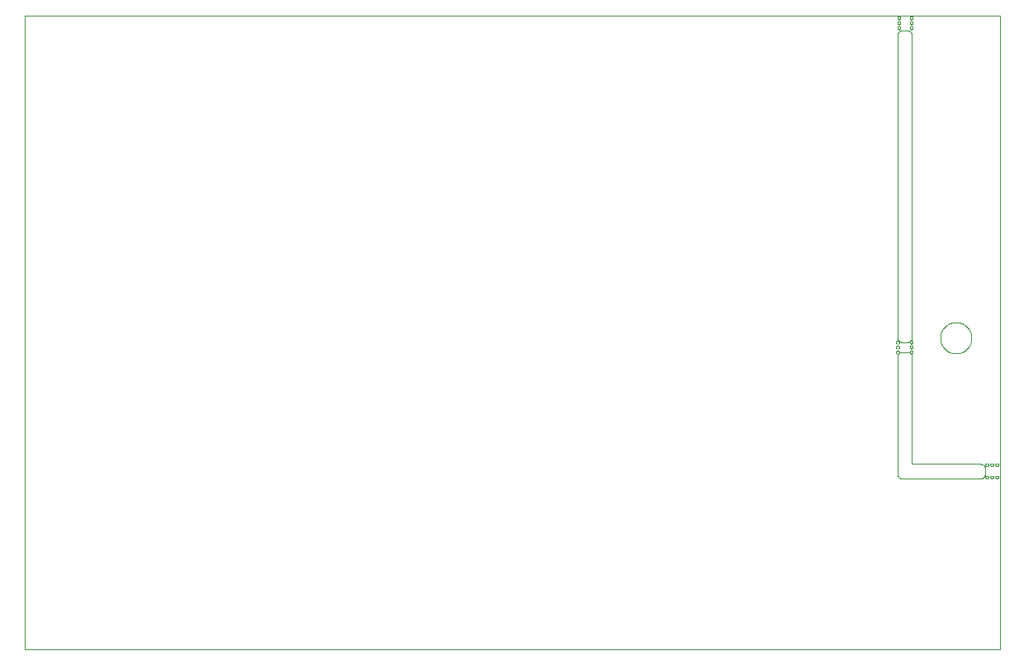
<source format=gko>
G75*
%MOIN*%
%OFA0B0*%
%FSLAX25Y25*%
%IPPOS*%
%LPD*%
%AMOC8*
5,1,8,0,0,1.08239X$1,22.5*
%
%ADD10C,0.00000*%
D10*
X0004657Y0086827D02*
X0004657Y0342732D01*
X0398358Y0342732D01*
X0398358Y0086827D01*
X0004657Y0086827D01*
X0357020Y0157693D02*
X0357020Y0204937D01*
X0356566Y0206827D02*
X0356568Y0206875D01*
X0356574Y0206923D01*
X0356584Y0206970D01*
X0356597Y0207016D01*
X0356615Y0207061D01*
X0356635Y0207105D01*
X0356660Y0207147D01*
X0356688Y0207186D01*
X0356718Y0207223D01*
X0356752Y0207257D01*
X0356789Y0207289D01*
X0356827Y0207318D01*
X0356868Y0207343D01*
X0356911Y0207365D01*
X0356956Y0207383D01*
X0357002Y0207397D01*
X0357049Y0207408D01*
X0357097Y0207415D01*
X0357145Y0207418D01*
X0357193Y0207417D01*
X0357241Y0207412D01*
X0357289Y0207403D01*
X0357335Y0207391D01*
X0357380Y0207374D01*
X0357424Y0207354D01*
X0357466Y0207331D01*
X0357506Y0207304D01*
X0357544Y0207274D01*
X0357579Y0207241D01*
X0357611Y0207205D01*
X0357641Y0207167D01*
X0357667Y0207126D01*
X0357689Y0207083D01*
X0357709Y0207039D01*
X0357724Y0206994D01*
X0357736Y0206947D01*
X0357744Y0206899D01*
X0357748Y0206851D01*
X0357748Y0206803D01*
X0357744Y0206755D01*
X0357736Y0206707D01*
X0357724Y0206660D01*
X0357709Y0206615D01*
X0357689Y0206571D01*
X0357667Y0206528D01*
X0357641Y0206487D01*
X0357611Y0206449D01*
X0357579Y0206413D01*
X0357544Y0206380D01*
X0357506Y0206350D01*
X0357466Y0206323D01*
X0357424Y0206300D01*
X0357380Y0206280D01*
X0357335Y0206263D01*
X0357289Y0206251D01*
X0357241Y0206242D01*
X0357193Y0206237D01*
X0357145Y0206236D01*
X0357097Y0206239D01*
X0357049Y0206246D01*
X0357002Y0206257D01*
X0356956Y0206271D01*
X0356911Y0206289D01*
X0356868Y0206311D01*
X0356827Y0206336D01*
X0356789Y0206365D01*
X0356752Y0206397D01*
X0356718Y0206431D01*
X0356688Y0206468D01*
X0356660Y0206507D01*
X0356635Y0206549D01*
X0356615Y0206593D01*
X0356597Y0206638D01*
X0356584Y0206684D01*
X0356574Y0206731D01*
X0356568Y0206779D01*
X0356566Y0206827D01*
X0356566Y0208827D02*
X0356568Y0208875D01*
X0356574Y0208923D01*
X0356584Y0208970D01*
X0356597Y0209016D01*
X0356615Y0209061D01*
X0356635Y0209105D01*
X0356660Y0209147D01*
X0356688Y0209186D01*
X0356718Y0209223D01*
X0356752Y0209257D01*
X0356789Y0209289D01*
X0356827Y0209318D01*
X0356868Y0209343D01*
X0356911Y0209365D01*
X0356956Y0209383D01*
X0357002Y0209397D01*
X0357049Y0209408D01*
X0357097Y0209415D01*
X0357145Y0209418D01*
X0357193Y0209417D01*
X0357241Y0209412D01*
X0357289Y0209403D01*
X0357335Y0209391D01*
X0357380Y0209374D01*
X0357424Y0209354D01*
X0357466Y0209331D01*
X0357506Y0209304D01*
X0357544Y0209274D01*
X0357579Y0209241D01*
X0357611Y0209205D01*
X0357641Y0209167D01*
X0357667Y0209126D01*
X0357689Y0209083D01*
X0357709Y0209039D01*
X0357724Y0208994D01*
X0357736Y0208947D01*
X0357744Y0208899D01*
X0357748Y0208851D01*
X0357748Y0208803D01*
X0357744Y0208755D01*
X0357736Y0208707D01*
X0357724Y0208660D01*
X0357709Y0208615D01*
X0357689Y0208571D01*
X0357667Y0208528D01*
X0357641Y0208487D01*
X0357611Y0208449D01*
X0357579Y0208413D01*
X0357544Y0208380D01*
X0357506Y0208350D01*
X0357466Y0208323D01*
X0357424Y0208300D01*
X0357380Y0208280D01*
X0357335Y0208263D01*
X0357289Y0208251D01*
X0357241Y0208242D01*
X0357193Y0208237D01*
X0357145Y0208236D01*
X0357097Y0208239D01*
X0357049Y0208246D01*
X0357002Y0208257D01*
X0356956Y0208271D01*
X0356911Y0208289D01*
X0356868Y0208311D01*
X0356827Y0208336D01*
X0356789Y0208365D01*
X0356752Y0208397D01*
X0356718Y0208431D01*
X0356688Y0208468D01*
X0356660Y0208507D01*
X0356635Y0208549D01*
X0356615Y0208593D01*
X0356597Y0208638D01*
X0356584Y0208684D01*
X0356574Y0208731D01*
X0356568Y0208779D01*
X0356566Y0208827D01*
X0356566Y0210827D02*
X0356568Y0210875D01*
X0356574Y0210923D01*
X0356584Y0210970D01*
X0356597Y0211016D01*
X0356615Y0211061D01*
X0356635Y0211105D01*
X0356660Y0211147D01*
X0356688Y0211186D01*
X0356718Y0211223D01*
X0356752Y0211257D01*
X0356789Y0211289D01*
X0356827Y0211318D01*
X0356868Y0211343D01*
X0356911Y0211365D01*
X0356956Y0211383D01*
X0357002Y0211397D01*
X0357049Y0211408D01*
X0357097Y0211415D01*
X0357145Y0211418D01*
X0357193Y0211417D01*
X0357241Y0211412D01*
X0357289Y0211403D01*
X0357335Y0211391D01*
X0357380Y0211374D01*
X0357424Y0211354D01*
X0357466Y0211331D01*
X0357506Y0211304D01*
X0357544Y0211274D01*
X0357579Y0211241D01*
X0357611Y0211205D01*
X0357641Y0211167D01*
X0357667Y0211126D01*
X0357689Y0211083D01*
X0357709Y0211039D01*
X0357724Y0210994D01*
X0357736Y0210947D01*
X0357744Y0210899D01*
X0357748Y0210851D01*
X0357748Y0210803D01*
X0357744Y0210755D01*
X0357736Y0210707D01*
X0357724Y0210660D01*
X0357709Y0210615D01*
X0357689Y0210571D01*
X0357667Y0210528D01*
X0357641Y0210487D01*
X0357611Y0210449D01*
X0357579Y0210413D01*
X0357544Y0210380D01*
X0357506Y0210350D01*
X0357466Y0210323D01*
X0357424Y0210300D01*
X0357380Y0210280D01*
X0357335Y0210263D01*
X0357289Y0210251D01*
X0357241Y0210242D01*
X0357193Y0210237D01*
X0357145Y0210236D01*
X0357097Y0210239D01*
X0357049Y0210246D01*
X0357002Y0210257D01*
X0356956Y0210271D01*
X0356911Y0210289D01*
X0356868Y0210311D01*
X0356827Y0210336D01*
X0356789Y0210365D01*
X0356752Y0210397D01*
X0356718Y0210431D01*
X0356688Y0210468D01*
X0356660Y0210507D01*
X0356635Y0210549D01*
X0356615Y0210593D01*
X0356597Y0210638D01*
X0356584Y0210684D01*
X0356574Y0210731D01*
X0356568Y0210779D01*
X0356566Y0210827D01*
X0357020Y0212811D02*
X0357020Y0334858D01*
X0357019Y0334858D02*
X0357021Y0334944D01*
X0357026Y0335030D01*
X0357036Y0335115D01*
X0357049Y0335200D01*
X0357066Y0335284D01*
X0357086Y0335368D01*
X0357110Y0335450D01*
X0357138Y0335531D01*
X0357169Y0335612D01*
X0357203Y0335690D01*
X0357241Y0335767D01*
X0357283Y0335843D01*
X0357327Y0335916D01*
X0357375Y0335987D01*
X0357426Y0336057D01*
X0357480Y0336124D01*
X0357536Y0336188D01*
X0357596Y0336250D01*
X0357658Y0336310D01*
X0357722Y0336366D01*
X0357789Y0336420D01*
X0357859Y0336471D01*
X0357930Y0336519D01*
X0358004Y0336563D01*
X0358079Y0336605D01*
X0358156Y0336643D01*
X0358234Y0336677D01*
X0358315Y0336708D01*
X0358396Y0336736D01*
X0358478Y0336760D01*
X0358562Y0336780D01*
X0358646Y0336797D01*
X0358731Y0336810D01*
X0358816Y0336820D01*
X0358902Y0336825D01*
X0358988Y0336827D01*
X0360957Y0336827D01*
X0361043Y0336825D01*
X0361129Y0336820D01*
X0361214Y0336810D01*
X0361299Y0336797D01*
X0361383Y0336780D01*
X0361467Y0336760D01*
X0361549Y0336736D01*
X0361630Y0336708D01*
X0361711Y0336677D01*
X0361789Y0336643D01*
X0361866Y0336605D01*
X0361942Y0336563D01*
X0362015Y0336519D01*
X0362086Y0336471D01*
X0362156Y0336420D01*
X0362223Y0336366D01*
X0362287Y0336310D01*
X0362349Y0336250D01*
X0362409Y0336188D01*
X0362465Y0336124D01*
X0362519Y0336057D01*
X0362570Y0335987D01*
X0362618Y0335916D01*
X0362662Y0335843D01*
X0362704Y0335767D01*
X0362742Y0335690D01*
X0362776Y0335612D01*
X0362807Y0335531D01*
X0362835Y0335450D01*
X0362859Y0335368D01*
X0362879Y0335284D01*
X0362896Y0335200D01*
X0362909Y0335115D01*
X0362919Y0335030D01*
X0362924Y0334944D01*
X0362926Y0334858D01*
X0362925Y0334858D02*
X0362925Y0212811D01*
X0362926Y0212811D02*
X0362924Y0212725D01*
X0362919Y0212639D01*
X0362909Y0212554D01*
X0362896Y0212469D01*
X0362879Y0212385D01*
X0362859Y0212301D01*
X0362835Y0212219D01*
X0362807Y0212138D01*
X0362776Y0212057D01*
X0362742Y0211979D01*
X0362704Y0211902D01*
X0362662Y0211827D01*
X0362618Y0211753D01*
X0362570Y0211682D01*
X0362519Y0211612D01*
X0362465Y0211545D01*
X0362409Y0211481D01*
X0362349Y0211419D01*
X0362287Y0211359D01*
X0362223Y0211303D01*
X0362156Y0211249D01*
X0362086Y0211198D01*
X0362015Y0211150D01*
X0361942Y0211106D01*
X0361866Y0211064D01*
X0361789Y0211026D01*
X0361711Y0210992D01*
X0361630Y0210961D01*
X0361549Y0210933D01*
X0361467Y0210909D01*
X0361383Y0210889D01*
X0361299Y0210872D01*
X0361214Y0210859D01*
X0361129Y0210849D01*
X0361043Y0210844D01*
X0360957Y0210842D01*
X0360957Y0210843D02*
X0358988Y0210843D01*
X0358988Y0210842D02*
X0358902Y0210844D01*
X0358816Y0210849D01*
X0358731Y0210859D01*
X0358646Y0210872D01*
X0358562Y0210889D01*
X0358478Y0210909D01*
X0358396Y0210933D01*
X0358315Y0210961D01*
X0358234Y0210992D01*
X0358156Y0211026D01*
X0358079Y0211064D01*
X0358004Y0211106D01*
X0357930Y0211150D01*
X0357859Y0211198D01*
X0357789Y0211249D01*
X0357722Y0211303D01*
X0357658Y0211359D01*
X0357596Y0211419D01*
X0357536Y0211481D01*
X0357480Y0211545D01*
X0357426Y0211612D01*
X0357375Y0211682D01*
X0357327Y0211753D01*
X0357283Y0211827D01*
X0357241Y0211902D01*
X0357203Y0211979D01*
X0357169Y0212057D01*
X0357138Y0212138D01*
X0357110Y0212219D01*
X0357086Y0212301D01*
X0357066Y0212385D01*
X0357049Y0212469D01*
X0357036Y0212554D01*
X0357026Y0212639D01*
X0357021Y0212725D01*
X0357019Y0212811D01*
X0362066Y0210827D02*
X0362068Y0210875D01*
X0362074Y0210923D01*
X0362084Y0210970D01*
X0362097Y0211016D01*
X0362115Y0211061D01*
X0362135Y0211105D01*
X0362160Y0211147D01*
X0362188Y0211186D01*
X0362218Y0211223D01*
X0362252Y0211257D01*
X0362289Y0211289D01*
X0362327Y0211318D01*
X0362368Y0211343D01*
X0362411Y0211365D01*
X0362456Y0211383D01*
X0362502Y0211397D01*
X0362549Y0211408D01*
X0362597Y0211415D01*
X0362645Y0211418D01*
X0362693Y0211417D01*
X0362741Y0211412D01*
X0362789Y0211403D01*
X0362835Y0211391D01*
X0362880Y0211374D01*
X0362924Y0211354D01*
X0362966Y0211331D01*
X0363006Y0211304D01*
X0363044Y0211274D01*
X0363079Y0211241D01*
X0363111Y0211205D01*
X0363141Y0211167D01*
X0363167Y0211126D01*
X0363189Y0211083D01*
X0363209Y0211039D01*
X0363224Y0210994D01*
X0363236Y0210947D01*
X0363244Y0210899D01*
X0363248Y0210851D01*
X0363248Y0210803D01*
X0363244Y0210755D01*
X0363236Y0210707D01*
X0363224Y0210660D01*
X0363209Y0210615D01*
X0363189Y0210571D01*
X0363167Y0210528D01*
X0363141Y0210487D01*
X0363111Y0210449D01*
X0363079Y0210413D01*
X0363044Y0210380D01*
X0363006Y0210350D01*
X0362966Y0210323D01*
X0362924Y0210300D01*
X0362880Y0210280D01*
X0362835Y0210263D01*
X0362789Y0210251D01*
X0362741Y0210242D01*
X0362693Y0210237D01*
X0362645Y0210236D01*
X0362597Y0210239D01*
X0362549Y0210246D01*
X0362502Y0210257D01*
X0362456Y0210271D01*
X0362411Y0210289D01*
X0362368Y0210311D01*
X0362327Y0210336D01*
X0362289Y0210365D01*
X0362252Y0210397D01*
X0362218Y0210431D01*
X0362188Y0210468D01*
X0362160Y0210507D01*
X0362135Y0210549D01*
X0362115Y0210593D01*
X0362097Y0210638D01*
X0362084Y0210684D01*
X0362074Y0210731D01*
X0362068Y0210779D01*
X0362066Y0210827D01*
X0362066Y0208827D02*
X0362068Y0208875D01*
X0362074Y0208923D01*
X0362084Y0208970D01*
X0362097Y0209016D01*
X0362115Y0209061D01*
X0362135Y0209105D01*
X0362160Y0209147D01*
X0362188Y0209186D01*
X0362218Y0209223D01*
X0362252Y0209257D01*
X0362289Y0209289D01*
X0362327Y0209318D01*
X0362368Y0209343D01*
X0362411Y0209365D01*
X0362456Y0209383D01*
X0362502Y0209397D01*
X0362549Y0209408D01*
X0362597Y0209415D01*
X0362645Y0209418D01*
X0362693Y0209417D01*
X0362741Y0209412D01*
X0362789Y0209403D01*
X0362835Y0209391D01*
X0362880Y0209374D01*
X0362924Y0209354D01*
X0362966Y0209331D01*
X0363006Y0209304D01*
X0363044Y0209274D01*
X0363079Y0209241D01*
X0363111Y0209205D01*
X0363141Y0209167D01*
X0363167Y0209126D01*
X0363189Y0209083D01*
X0363209Y0209039D01*
X0363224Y0208994D01*
X0363236Y0208947D01*
X0363244Y0208899D01*
X0363248Y0208851D01*
X0363248Y0208803D01*
X0363244Y0208755D01*
X0363236Y0208707D01*
X0363224Y0208660D01*
X0363209Y0208615D01*
X0363189Y0208571D01*
X0363167Y0208528D01*
X0363141Y0208487D01*
X0363111Y0208449D01*
X0363079Y0208413D01*
X0363044Y0208380D01*
X0363006Y0208350D01*
X0362966Y0208323D01*
X0362924Y0208300D01*
X0362880Y0208280D01*
X0362835Y0208263D01*
X0362789Y0208251D01*
X0362741Y0208242D01*
X0362693Y0208237D01*
X0362645Y0208236D01*
X0362597Y0208239D01*
X0362549Y0208246D01*
X0362502Y0208257D01*
X0362456Y0208271D01*
X0362411Y0208289D01*
X0362368Y0208311D01*
X0362327Y0208336D01*
X0362289Y0208365D01*
X0362252Y0208397D01*
X0362218Y0208431D01*
X0362188Y0208468D01*
X0362160Y0208507D01*
X0362135Y0208549D01*
X0362115Y0208593D01*
X0362097Y0208638D01*
X0362084Y0208684D01*
X0362074Y0208731D01*
X0362068Y0208779D01*
X0362066Y0208827D01*
X0362066Y0206827D02*
X0362068Y0206875D01*
X0362074Y0206923D01*
X0362084Y0206970D01*
X0362097Y0207016D01*
X0362115Y0207061D01*
X0362135Y0207105D01*
X0362160Y0207147D01*
X0362188Y0207186D01*
X0362218Y0207223D01*
X0362252Y0207257D01*
X0362289Y0207289D01*
X0362327Y0207318D01*
X0362368Y0207343D01*
X0362411Y0207365D01*
X0362456Y0207383D01*
X0362502Y0207397D01*
X0362549Y0207408D01*
X0362597Y0207415D01*
X0362645Y0207418D01*
X0362693Y0207417D01*
X0362741Y0207412D01*
X0362789Y0207403D01*
X0362835Y0207391D01*
X0362880Y0207374D01*
X0362924Y0207354D01*
X0362966Y0207331D01*
X0363006Y0207304D01*
X0363044Y0207274D01*
X0363079Y0207241D01*
X0363111Y0207205D01*
X0363141Y0207167D01*
X0363167Y0207126D01*
X0363189Y0207083D01*
X0363209Y0207039D01*
X0363224Y0206994D01*
X0363236Y0206947D01*
X0363244Y0206899D01*
X0363248Y0206851D01*
X0363248Y0206803D01*
X0363244Y0206755D01*
X0363236Y0206707D01*
X0363224Y0206660D01*
X0363209Y0206615D01*
X0363189Y0206571D01*
X0363167Y0206528D01*
X0363141Y0206487D01*
X0363111Y0206449D01*
X0363079Y0206413D01*
X0363044Y0206380D01*
X0363006Y0206350D01*
X0362966Y0206323D01*
X0362924Y0206300D01*
X0362880Y0206280D01*
X0362835Y0206263D01*
X0362789Y0206251D01*
X0362741Y0206242D01*
X0362693Y0206237D01*
X0362645Y0206236D01*
X0362597Y0206239D01*
X0362549Y0206246D01*
X0362502Y0206257D01*
X0362456Y0206271D01*
X0362411Y0206289D01*
X0362368Y0206311D01*
X0362327Y0206336D01*
X0362289Y0206365D01*
X0362252Y0206397D01*
X0362218Y0206431D01*
X0362188Y0206468D01*
X0362160Y0206507D01*
X0362135Y0206549D01*
X0362115Y0206593D01*
X0362097Y0206638D01*
X0362084Y0206684D01*
X0362074Y0206731D01*
X0362068Y0206779D01*
X0362066Y0206827D01*
X0360957Y0206906D02*
X0358988Y0206906D01*
X0358902Y0206904D01*
X0358816Y0206899D01*
X0358731Y0206889D01*
X0358646Y0206876D01*
X0358562Y0206859D01*
X0358478Y0206839D01*
X0358396Y0206815D01*
X0358315Y0206787D01*
X0358234Y0206756D01*
X0358156Y0206722D01*
X0358079Y0206684D01*
X0358004Y0206642D01*
X0357930Y0206598D01*
X0357859Y0206550D01*
X0357789Y0206499D01*
X0357722Y0206445D01*
X0357658Y0206389D01*
X0357596Y0206329D01*
X0357536Y0206267D01*
X0357480Y0206203D01*
X0357426Y0206136D01*
X0357375Y0206066D01*
X0357327Y0205995D01*
X0357283Y0205922D01*
X0357241Y0205846D01*
X0357203Y0205769D01*
X0357169Y0205691D01*
X0357138Y0205610D01*
X0357110Y0205529D01*
X0357086Y0205447D01*
X0357066Y0205363D01*
X0357049Y0205279D01*
X0357036Y0205194D01*
X0357026Y0205109D01*
X0357021Y0205023D01*
X0357019Y0204937D01*
X0360957Y0206906D02*
X0361043Y0206904D01*
X0361129Y0206899D01*
X0361214Y0206889D01*
X0361299Y0206876D01*
X0361383Y0206859D01*
X0361467Y0206839D01*
X0361549Y0206815D01*
X0361630Y0206787D01*
X0361711Y0206756D01*
X0361789Y0206722D01*
X0361866Y0206684D01*
X0361942Y0206642D01*
X0362015Y0206598D01*
X0362086Y0206550D01*
X0362156Y0206499D01*
X0362223Y0206445D01*
X0362287Y0206389D01*
X0362349Y0206329D01*
X0362409Y0206267D01*
X0362465Y0206203D01*
X0362519Y0206136D01*
X0362570Y0206066D01*
X0362618Y0205995D01*
X0362662Y0205922D01*
X0362704Y0205846D01*
X0362742Y0205769D01*
X0362776Y0205691D01*
X0362807Y0205610D01*
X0362835Y0205529D01*
X0362859Y0205447D01*
X0362879Y0205363D01*
X0362896Y0205279D01*
X0362909Y0205194D01*
X0362919Y0205109D01*
X0362924Y0205023D01*
X0362926Y0204937D01*
X0362925Y0204937D02*
X0362925Y0161630D01*
X0390484Y0161630D01*
X0390570Y0161628D01*
X0390656Y0161623D01*
X0390741Y0161613D01*
X0390826Y0161600D01*
X0390910Y0161583D01*
X0390994Y0161563D01*
X0391076Y0161539D01*
X0391157Y0161511D01*
X0391238Y0161480D01*
X0391316Y0161446D01*
X0391393Y0161408D01*
X0391469Y0161366D01*
X0391542Y0161322D01*
X0391613Y0161274D01*
X0391683Y0161223D01*
X0391750Y0161169D01*
X0391814Y0161113D01*
X0391876Y0161053D01*
X0391936Y0160991D01*
X0391992Y0160927D01*
X0392046Y0160860D01*
X0392097Y0160790D01*
X0392145Y0160719D01*
X0392189Y0160646D01*
X0392231Y0160570D01*
X0392269Y0160493D01*
X0392303Y0160415D01*
X0392334Y0160334D01*
X0392362Y0160253D01*
X0392386Y0160171D01*
X0392406Y0160087D01*
X0392423Y0160003D01*
X0392436Y0159918D01*
X0392446Y0159833D01*
X0392451Y0159747D01*
X0392453Y0159661D01*
X0392453Y0157693D01*
X0392566Y0156327D02*
X0392568Y0156375D01*
X0392574Y0156423D01*
X0392584Y0156470D01*
X0392597Y0156516D01*
X0392615Y0156561D01*
X0392635Y0156605D01*
X0392660Y0156647D01*
X0392688Y0156686D01*
X0392718Y0156723D01*
X0392752Y0156757D01*
X0392789Y0156789D01*
X0392827Y0156818D01*
X0392868Y0156843D01*
X0392911Y0156865D01*
X0392956Y0156883D01*
X0393002Y0156897D01*
X0393049Y0156908D01*
X0393097Y0156915D01*
X0393145Y0156918D01*
X0393193Y0156917D01*
X0393241Y0156912D01*
X0393289Y0156903D01*
X0393335Y0156891D01*
X0393380Y0156874D01*
X0393424Y0156854D01*
X0393466Y0156831D01*
X0393506Y0156804D01*
X0393544Y0156774D01*
X0393579Y0156741D01*
X0393611Y0156705D01*
X0393641Y0156667D01*
X0393667Y0156626D01*
X0393689Y0156583D01*
X0393709Y0156539D01*
X0393724Y0156494D01*
X0393736Y0156447D01*
X0393744Y0156399D01*
X0393748Y0156351D01*
X0393748Y0156303D01*
X0393744Y0156255D01*
X0393736Y0156207D01*
X0393724Y0156160D01*
X0393709Y0156115D01*
X0393689Y0156071D01*
X0393667Y0156028D01*
X0393641Y0155987D01*
X0393611Y0155949D01*
X0393579Y0155913D01*
X0393544Y0155880D01*
X0393506Y0155850D01*
X0393466Y0155823D01*
X0393424Y0155800D01*
X0393380Y0155780D01*
X0393335Y0155763D01*
X0393289Y0155751D01*
X0393241Y0155742D01*
X0393193Y0155737D01*
X0393145Y0155736D01*
X0393097Y0155739D01*
X0393049Y0155746D01*
X0393002Y0155757D01*
X0392956Y0155771D01*
X0392911Y0155789D01*
X0392868Y0155811D01*
X0392827Y0155836D01*
X0392789Y0155865D01*
X0392752Y0155897D01*
X0392718Y0155931D01*
X0392688Y0155968D01*
X0392660Y0156007D01*
X0392635Y0156049D01*
X0392615Y0156093D01*
X0392597Y0156138D01*
X0392584Y0156184D01*
X0392574Y0156231D01*
X0392568Y0156279D01*
X0392566Y0156327D01*
X0390484Y0155724D02*
X0358988Y0155724D01*
X0358902Y0155726D01*
X0358816Y0155731D01*
X0358731Y0155741D01*
X0358646Y0155754D01*
X0358562Y0155771D01*
X0358478Y0155791D01*
X0358396Y0155815D01*
X0358315Y0155843D01*
X0358234Y0155874D01*
X0358156Y0155908D01*
X0358079Y0155946D01*
X0358004Y0155988D01*
X0357930Y0156032D01*
X0357859Y0156080D01*
X0357789Y0156131D01*
X0357722Y0156185D01*
X0357658Y0156241D01*
X0357596Y0156301D01*
X0357536Y0156363D01*
X0357480Y0156427D01*
X0357426Y0156494D01*
X0357375Y0156564D01*
X0357327Y0156635D01*
X0357283Y0156709D01*
X0357241Y0156784D01*
X0357203Y0156861D01*
X0357169Y0156939D01*
X0357138Y0157020D01*
X0357110Y0157101D01*
X0357086Y0157183D01*
X0357066Y0157267D01*
X0357049Y0157351D01*
X0357036Y0157436D01*
X0357026Y0157521D01*
X0357021Y0157607D01*
X0357019Y0157693D01*
X0390484Y0155724D02*
X0390570Y0155726D01*
X0390656Y0155731D01*
X0390741Y0155741D01*
X0390826Y0155754D01*
X0390910Y0155771D01*
X0390994Y0155791D01*
X0391076Y0155815D01*
X0391157Y0155843D01*
X0391238Y0155874D01*
X0391316Y0155908D01*
X0391393Y0155946D01*
X0391469Y0155988D01*
X0391542Y0156032D01*
X0391613Y0156080D01*
X0391683Y0156131D01*
X0391750Y0156185D01*
X0391814Y0156241D01*
X0391876Y0156301D01*
X0391936Y0156363D01*
X0391992Y0156427D01*
X0392046Y0156494D01*
X0392097Y0156564D01*
X0392145Y0156635D01*
X0392189Y0156709D01*
X0392231Y0156784D01*
X0392269Y0156861D01*
X0392303Y0156939D01*
X0392334Y0157020D01*
X0392362Y0157101D01*
X0392386Y0157183D01*
X0392406Y0157267D01*
X0392423Y0157351D01*
X0392436Y0157436D01*
X0392446Y0157521D01*
X0392451Y0157607D01*
X0392453Y0157693D01*
X0394566Y0156327D02*
X0394568Y0156375D01*
X0394574Y0156423D01*
X0394584Y0156470D01*
X0394597Y0156516D01*
X0394615Y0156561D01*
X0394635Y0156605D01*
X0394660Y0156647D01*
X0394688Y0156686D01*
X0394718Y0156723D01*
X0394752Y0156757D01*
X0394789Y0156789D01*
X0394827Y0156818D01*
X0394868Y0156843D01*
X0394911Y0156865D01*
X0394956Y0156883D01*
X0395002Y0156897D01*
X0395049Y0156908D01*
X0395097Y0156915D01*
X0395145Y0156918D01*
X0395193Y0156917D01*
X0395241Y0156912D01*
X0395289Y0156903D01*
X0395335Y0156891D01*
X0395380Y0156874D01*
X0395424Y0156854D01*
X0395466Y0156831D01*
X0395506Y0156804D01*
X0395544Y0156774D01*
X0395579Y0156741D01*
X0395611Y0156705D01*
X0395641Y0156667D01*
X0395667Y0156626D01*
X0395689Y0156583D01*
X0395709Y0156539D01*
X0395724Y0156494D01*
X0395736Y0156447D01*
X0395744Y0156399D01*
X0395748Y0156351D01*
X0395748Y0156303D01*
X0395744Y0156255D01*
X0395736Y0156207D01*
X0395724Y0156160D01*
X0395709Y0156115D01*
X0395689Y0156071D01*
X0395667Y0156028D01*
X0395641Y0155987D01*
X0395611Y0155949D01*
X0395579Y0155913D01*
X0395544Y0155880D01*
X0395506Y0155850D01*
X0395466Y0155823D01*
X0395424Y0155800D01*
X0395380Y0155780D01*
X0395335Y0155763D01*
X0395289Y0155751D01*
X0395241Y0155742D01*
X0395193Y0155737D01*
X0395145Y0155736D01*
X0395097Y0155739D01*
X0395049Y0155746D01*
X0395002Y0155757D01*
X0394956Y0155771D01*
X0394911Y0155789D01*
X0394868Y0155811D01*
X0394827Y0155836D01*
X0394789Y0155865D01*
X0394752Y0155897D01*
X0394718Y0155931D01*
X0394688Y0155968D01*
X0394660Y0156007D01*
X0394635Y0156049D01*
X0394615Y0156093D01*
X0394597Y0156138D01*
X0394584Y0156184D01*
X0394574Y0156231D01*
X0394568Y0156279D01*
X0394566Y0156327D01*
X0396566Y0156327D02*
X0396568Y0156375D01*
X0396574Y0156423D01*
X0396584Y0156470D01*
X0396597Y0156516D01*
X0396615Y0156561D01*
X0396635Y0156605D01*
X0396660Y0156647D01*
X0396688Y0156686D01*
X0396718Y0156723D01*
X0396752Y0156757D01*
X0396789Y0156789D01*
X0396827Y0156818D01*
X0396868Y0156843D01*
X0396911Y0156865D01*
X0396956Y0156883D01*
X0397002Y0156897D01*
X0397049Y0156908D01*
X0397097Y0156915D01*
X0397145Y0156918D01*
X0397193Y0156917D01*
X0397241Y0156912D01*
X0397289Y0156903D01*
X0397335Y0156891D01*
X0397380Y0156874D01*
X0397424Y0156854D01*
X0397466Y0156831D01*
X0397506Y0156804D01*
X0397544Y0156774D01*
X0397579Y0156741D01*
X0397611Y0156705D01*
X0397641Y0156667D01*
X0397667Y0156626D01*
X0397689Y0156583D01*
X0397709Y0156539D01*
X0397724Y0156494D01*
X0397736Y0156447D01*
X0397744Y0156399D01*
X0397748Y0156351D01*
X0397748Y0156303D01*
X0397744Y0156255D01*
X0397736Y0156207D01*
X0397724Y0156160D01*
X0397709Y0156115D01*
X0397689Y0156071D01*
X0397667Y0156028D01*
X0397641Y0155987D01*
X0397611Y0155949D01*
X0397579Y0155913D01*
X0397544Y0155880D01*
X0397506Y0155850D01*
X0397466Y0155823D01*
X0397424Y0155800D01*
X0397380Y0155780D01*
X0397335Y0155763D01*
X0397289Y0155751D01*
X0397241Y0155742D01*
X0397193Y0155737D01*
X0397145Y0155736D01*
X0397097Y0155739D01*
X0397049Y0155746D01*
X0397002Y0155757D01*
X0396956Y0155771D01*
X0396911Y0155789D01*
X0396868Y0155811D01*
X0396827Y0155836D01*
X0396789Y0155865D01*
X0396752Y0155897D01*
X0396718Y0155931D01*
X0396688Y0155968D01*
X0396660Y0156007D01*
X0396635Y0156049D01*
X0396615Y0156093D01*
X0396597Y0156138D01*
X0396584Y0156184D01*
X0396574Y0156231D01*
X0396568Y0156279D01*
X0396566Y0156327D01*
X0396566Y0161327D02*
X0396568Y0161375D01*
X0396574Y0161423D01*
X0396584Y0161470D01*
X0396597Y0161516D01*
X0396615Y0161561D01*
X0396635Y0161605D01*
X0396660Y0161647D01*
X0396688Y0161686D01*
X0396718Y0161723D01*
X0396752Y0161757D01*
X0396789Y0161789D01*
X0396827Y0161818D01*
X0396868Y0161843D01*
X0396911Y0161865D01*
X0396956Y0161883D01*
X0397002Y0161897D01*
X0397049Y0161908D01*
X0397097Y0161915D01*
X0397145Y0161918D01*
X0397193Y0161917D01*
X0397241Y0161912D01*
X0397289Y0161903D01*
X0397335Y0161891D01*
X0397380Y0161874D01*
X0397424Y0161854D01*
X0397466Y0161831D01*
X0397506Y0161804D01*
X0397544Y0161774D01*
X0397579Y0161741D01*
X0397611Y0161705D01*
X0397641Y0161667D01*
X0397667Y0161626D01*
X0397689Y0161583D01*
X0397709Y0161539D01*
X0397724Y0161494D01*
X0397736Y0161447D01*
X0397744Y0161399D01*
X0397748Y0161351D01*
X0397748Y0161303D01*
X0397744Y0161255D01*
X0397736Y0161207D01*
X0397724Y0161160D01*
X0397709Y0161115D01*
X0397689Y0161071D01*
X0397667Y0161028D01*
X0397641Y0160987D01*
X0397611Y0160949D01*
X0397579Y0160913D01*
X0397544Y0160880D01*
X0397506Y0160850D01*
X0397466Y0160823D01*
X0397424Y0160800D01*
X0397380Y0160780D01*
X0397335Y0160763D01*
X0397289Y0160751D01*
X0397241Y0160742D01*
X0397193Y0160737D01*
X0397145Y0160736D01*
X0397097Y0160739D01*
X0397049Y0160746D01*
X0397002Y0160757D01*
X0396956Y0160771D01*
X0396911Y0160789D01*
X0396868Y0160811D01*
X0396827Y0160836D01*
X0396789Y0160865D01*
X0396752Y0160897D01*
X0396718Y0160931D01*
X0396688Y0160968D01*
X0396660Y0161007D01*
X0396635Y0161049D01*
X0396615Y0161093D01*
X0396597Y0161138D01*
X0396584Y0161184D01*
X0396574Y0161231D01*
X0396568Y0161279D01*
X0396566Y0161327D01*
X0394566Y0161327D02*
X0394568Y0161375D01*
X0394574Y0161423D01*
X0394584Y0161470D01*
X0394597Y0161516D01*
X0394615Y0161561D01*
X0394635Y0161605D01*
X0394660Y0161647D01*
X0394688Y0161686D01*
X0394718Y0161723D01*
X0394752Y0161757D01*
X0394789Y0161789D01*
X0394827Y0161818D01*
X0394868Y0161843D01*
X0394911Y0161865D01*
X0394956Y0161883D01*
X0395002Y0161897D01*
X0395049Y0161908D01*
X0395097Y0161915D01*
X0395145Y0161918D01*
X0395193Y0161917D01*
X0395241Y0161912D01*
X0395289Y0161903D01*
X0395335Y0161891D01*
X0395380Y0161874D01*
X0395424Y0161854D01*
X0395466Y0161831D01*
X0395506Y0161804D01*
X0395544Y0161774D01*
X0395579Y0161741D01*
X0395611Y0161705D01*
X0395641Y0161667D01*
X0395667Y0161626D01*
X0395689Y0161583D01*
X0395709Y0161539D01*
X0395724Y0161494D01*
X0395736Y0161447D01*
X0395744Y0161399D01*
X0395748Y0161351D01*
X0395748Y0161303D01*
X0395744Y0161255D01*
X0395736Y0161207D01*
X0395724Y0161160D01*
X0395709Y0161115D01*
X0395689Y0161071D01*
X0395667Y0161028D01*
X0395641Y0160987D01*
X0395611Y0160949D01*
X0395579Y0160913D01*
X0395544Y0160880D01*
X0395506Y0160850D01*
X0395466Y0160823D01*
X0395424Y0160800D01*
X0395380Y0160780D01*
X0395335Y0160763D01*
X0395289Y0160751D01*
X0395241Y0160742D01*
X0395193Y0160737D01*
X0395145Y0160736D01*
X0395097Y0160739D01*
X0395049Y0160746D01*
X0395002Y0160757D01*
X0394956Y0160771D01*
X0394911Y0160789D01*
X0394868Y0160811D01*
X0394827Y0160836D01*
X0394789Y0160865D01*
X0394752Y0160897D01*
X0394718Y0160931D01*
X0394688Y0160968D01*
X0394660Y0161007D01*
X0394635Y0161049D01*
X0394615Y0161093D01*
X0394597Y0161138D01*
X0394584Y0161184D01*
X0394574Y0161231D01*
X0394568Y0161279D01*
X0394566Y0161327D01*
X0392566Y0161327D02*
X0392568Y0161375D01*
X0392574Y0161423D01*
X0392584Y0161470D01*
X0392597Y0161516D01*
X0392615Y0161561D01*
X0392635Y0161605D01*
X0392660Y0161647D01*
X0392688Y0161686D01*
X0392718Y0161723D01*
X0392752Y0161757D01*
X0392789Y0161789D01*
X0392827Y0161818D01*
X0392868Y0161843D01*
X0392911Y0161865D01*
X0392956Y0161883D01*
X0393002Y0161897D01*
X0393049Y0161908D01*
X0393097Y0161915D01*
X0393145Y0161918D01*
X0393193Y0161917D01*
X0393241Y0161912D01*
X0393289Y0161903D01*
X0393335Y0161891D01*
X0393380Y0161874D01*
X0393424Y0161854D01*
X0393466Y0161831D01*
X0393506Y0161804D01*
X0393544Y0161774D01*
X0393579Y0161741D01*
X0393611Y0161705D01*
X0393641Y0161667D01*
X0393667Y0161626D01*
X0393689Y0161583D01*
X0393709Y0161539D01*
X0393724Y0161494D01*
X0393736Y0161447D01*
X0393744Y0161399D01*
X0393748Y0161351D01*
X0393748Y0161303D01*
X0393744Y0161255D01*
X0393736Y0161207D01*
X0393724Y0161160D01*
X0393709Y0161115D01*
X0393689Y0161071D01*
X0393667Y0161028D01*
X0393641Y0160987D01*
X0393611Y0160949D01*
X0393579Y0160913D01*
X0393544Y0160880D01*
X0393506Y0160850D01*
X0393466Y0160823D01*
X0393424Y0160800D01*
X0393380Y0160780D01*
X0393335Y0160763D01*
X0393289Y0160751D01*
X0393241Y0160742D01*
X0393193Y0160737D01*
X0393145Y0160736D01*
X0393097Y0160739D01*
X0393049Y0160746D01*
X0393002Y0160757D01*
X0392956Y0160771D01*
X0392911Y0160789D01*
X0392868Y0160811D01*
X0392827Y0160836D01*
X0392789Y0160865D01*
X0392752Y0160897D01*
X0392718Y0160931D01*
X0392688Y0160968D01*
X0392660Y0161007D01*
X0392635Y0161049D01*
X0392615Y0161093D01*
X0392597Y0161138D01*
X0392584Y0161184D01*
X0392574Y0161231D01*
X0392568Y0161279D01*
X0392566Y0161327D01*
X0374343Y0212575D02*
X0374345Y0212733D01*
X0374351Y0212891D01*
X0374361Y0213049D01*
X0374375Y0213207D01*
X0374393Y0213364D01*
X0374414Y0213521D01*
X0374440Y0213677D01*
X0374470Y0213833D01*
X0374503Y0213988D01*
X0374541Y0214141D01*
X0374582Y0214294D01*
X0374627Y0214446D01*
X0374676Y0214597D01*
X0374729Y0214746D01*
X0374785Y0214894D01*
X0374845Y0215040D01*
X0374909Y0215185D01*
X0374977Y0215328D01*
X0375048Y0215470D01*
X0375122Y0215610D01*
X0375200Y0215747D01*
X0375282Y0215883D01*
X0375366Y0216017D01*
X0375455Y0216148D01*
X0375546Y0216277D01*
X0375641Y0216404D01*
X0375738Y0216529D01*
X0375839Y0216651D01*
X0375943Y0216770D01*
X0376050Y0216887D01*
X0376160Y0217001D01*
X0376273Y0217112D01*
X0376388Y0217221D01*
X0376506Y0217326D01*
X0376627Y0217428D01*
X0376750Y0217528D01*
X0376876Y0217624D01*
X0377004Y0217717D01*
X0377134Y0217807D01*
X0377267Y0217893D01*
X0377402Y0217977D01*
X0377538Y0218056D01*
X0377677Y0218133D01*
X0377818Y0218205D01*
X0377960Y0218275D01*
X0378104Y0218340D01*
X0378250Y0218402D01*
X0378397Y0218460D01*
X0378546Y0218515D01*
X0378696Y0218566D01*
X0378847Y0218613D01*
X0378999Y0218656D01*
X0379152Y0218695D01*
X0379307Y0218731D01*
X0379462Y0218762D01*
X0379618Y0218790D01*
X0379774Y0218814D01*
X0379931Y0218834D01*
X0380089Y0218850D01*
X0380246Y0218862D01*
X0380405Y0218870D01*
X0380563Y0218874D01*
X0380721Y0218874D01*
X0380879Y0218870D01*
X0381038Y0218862D01*
X0381195Y0218850D01*
X0381353Y0218834D01*
X0381510Y0218814D01*
X0381666Y0218790D01*
X0381822Y0218762D01*
X0381977Y0218731D01*
X0382132Y0218695D01*
X0382285Y0218656D01*
X0382437Y0218613D01*
X0382588Y0218566D01*
X0382738Y0218515D01*
X0382887Y0218460D01*
X0383034Y0218402D01*
X0383180Y0218340D01*
X0383324Y0218275D01*
X0383466Y0218205D01*
X0383607Y0218133D01*
X0383746Y0218056D01*
X0383882Y0217977D01*
X0384017Y0217893D01*
X0384150Y0217807D01*
X0384280Y0217717D01*
X0384408Y0217624D01*
X0384534Y0217528D01*
X0384657Y0217428D01*
X0384778Y0217326D01*
X0384896Y0217221D01*
X0385011Y0217112D01*
X0385124Y0217001D01*
X0385234Y0216887D01*
X0385341Y0216770D01*
X0385445Y0216651D01*
X0385546Y0216529D01*
X0385643Y0216404D01*
X0385738Y0216277D01*
X0385829Y0216148D01*
X0385918Y0216017D01*
X0386002Y0215883D01*
X0386084Y0215747D01*
X0386162Y0215610D01*
X0386236Y0215470D01*
X0386307Y0215328D01*
X0386375Y0215185D01*
X0386439Y0215040D01*
X0386499Y0214894D01*
X0386555Y0214746D01*
X0386608Y0214597D01*
X0386657Y0214446D01*
X0386702Y0214294D01*
X0386743Y0214141D01*
X0386781Y0213988D01*
X0386814Y0213833D01*
X0386844Y0213677D01*
X0386870Y0213521D01*
X0386891Y0213364D01*
X0386909Y0213207D01*
X0386923Y0213049D01*
X0386933Y0212891D01*
X0386939Y0212733D01*
X0386941Y0212575D01*
X0386939Y0212417D01*
X0386933Y0212259D01*
X0386923Y0212101D01*
X0386909Y0211943D01*
X0386891Y0211786D01*
X0386870Y0211629D01*
X0386844Y0211473D01*
X0386814Y0211317D01*
X0386781Y0211162D01*
X0386743Y0211009D01*
X0386702Y0210856D01*
X0386657Y0210704D01*
X0386608Y0210553D01*
X0386555Y0210404D01*
X0386499Y0210256D01*
X0386439Y0210110D01*
X0386375Y0209965D01*
X0386307Y0209822D01*
X0386236Y0209680D01*
X0386162Y0209540D01*
X0386084Y0209403D01*
X0386002Y0209267D01*
X0385918Y0209133D01*
X0385829Y0209002D01*
X0385738Y0208873D01*
X0385643Y0208746D01*
X0385546Y0208621D01*
X0385445Y0208499D01*
X0385341Y0208380D01*
X0385234Y0208263D01*
X0385124Y0208149D01*
X0385011Y0208038D01*
X0384896Y0207929D01*
X0384778Y0207824D01*
X0384657Y0207722D01*
X0384534Y0207622D01*
X0384408Y0207526D01*
X0384280Y0207433D01*
X0384150Y0207343D01*
X0384017Y0207257D01*
X0383882Y0207173D01*
X0383746Y0207094D01*
X0383607Y0207017D01*
X0383466Y0206945D01*
X0383324Y0206875D01*
X0383180Y0206810D01*
X0383034Y0206748D01*
X0382887Y0206690D01*
X0382738Y0206635D01*
X0382588Y0206584D01*
X0382437Y0206537D01*
X0382285Y0206494D01*
X0382132Y0206455D01*
X0381977Y0206419D01*
X0381822Y0206388D01*
X0381666Y0206360D01*
X0381510Y0206336D01*
X0381353Y0206316D01*
X0381195Y0206300D01*
X0381038Y0206288D01*
X0380879Y0206280D01*
X0380721Y0206276D01*
X0380563Y0206276D01*
X0380405Y0206280D01*
X0380246Y0206288D01*
X0380089Y0206300D01*
X0379931Y0206316D01*
X0379774Y0206336D01*
X0379618Y0206360D01*
X0379462Y0206388D01*
X0379307Y0206419D01*
X0379152Y0206455D01*
X0378999Y0206494D01*
X0378847Y0206537D01*
X0378696Y0206584D01*
X0378546Y0206635D01*
X0378397Y0206690D01*
X0378250Y0206748D01*
X0378104Y0206810D01*
X0377960Y0206875D01*
X0377818Y0206945D01*
X0377677Y0207017D01*
X0377538Y0207094D01*
X0377402Y0207173D01*
X0377267Y0207257D01*
X0377134Y0207343D01*
X0377004Y0207433D01*
X0376876Y0207526D01*
X0376750Y0207622D01*
X0376627Y0207722D01*
X0376506Y0207824D01*
X0376388Y0207929D01*
X0376273Y0208038D01*
X0376160Y0208149D01*
X0376050Y0208263D01*
X0375943Y0208380D01*
X0375839Y0208499D01*
X0375738Y0208621D01*
X0375641Y0208746D01*
X0375546Y0208873D01*
X0375455Y0209002D01*
X0375366Y0209133D01*
X0375282Y0209267D01*
X0375200Y0209403D01*
X0375122Y0209540D01*
X0375048Y0209680D01*
X0374977Y0209822D01*
X0374909Y0209965D01*
X0374845Y0210110D01*
X0374785Y0210256D01*
X0374729Y0210404D01*
X0374676Y0210553D01*
X0374627Y0210704D01*
X0374582Y0210856D01*
X0374541Y0211009D01*
X0374503Y0211162D01*
X0374470Y0211317D01*
X0374440Y0211473D01*
X0374414Y0211629D01*
X0374393Y0211786D01*
X0374375Y0211943D01*
X0374361Y0212101D01*
X0374351Y0212259D01*
X0374345Y0212417D01*
X0374343Y0212575D01*
X0362066Y0337827D02*
X0362068Y0337875D01*
X0362074Y0337923D01*
X0362084Y0337970D01*
X0362097Y0338016D01*
X0362115Y0338061D01*
X0362135Y0338105D01*
X0362160Y0338147D01*
X0362188Y0338186D01*
X0362218Y0338223D01*
X0362252Y0338257D01*
X0362289Y0338289D01*
X0362327Y0338318D01*
X0362368Y0338343D01*
X0362411Y0338365D01*
X0362456Y0338383D01*
X0362502Y0338397D01*
X0362549Y0338408D01*
X0362597Y0338415D01*
X0362645Y0338418D01*
X0362693Y0338417D01*
X0362741Y0338412D01*
X0362789Y0338403D01*
X0362835Y0338391D01*
X0362880Y0338374D01*
X0362924Y0338354D01*
X0362966Y0338331D01*
X0363006Y0338304D01*
X0363044Y0338274D01*
X0363079Y0338241D01*
X0363111Y0338205D01*
X0363141Y0338167D01*
X0363167Y0338126D01*
X0363189Y0338083D01*
X0363209Y0338039D01*
X0363224Y0337994D01*
X0363236Y0337947D01*
X0363244Y0337899D01*
X0363248Y0337851D01*
X0363248Y0337803D01*
X0363244Y0337755D01*
X0363236Y0337707D01*
X0363224Y0337660D01*
X0363209Y0337615D01*
X0363189Y0337571D01*
X0363167Y0337528D01*
X0363141Y0337487D01*
X0363111Y0337449D01*
X0363079Y0337413D01*
X0363044Y0337380D01*
X0363006Y0337350D01*
X0362966Y0337323D01*
X0362924Y0337300D01*
X0362880Y0337280D01*
X0362835Y0337263D01*
X0362789Y0337251D01*
X0362741Y0337242D01*
X0362693Y0337237D01*
X0362645Y0337236D01*
X0362597Y0337239D01*
X0362549Y0337246D01*
X0362502Y0337257D01*
X0362456Y0337271D01*
X0362411Y0337289D01*
X0362368Y0337311D01*
X0362327Y0337336D01*
X0362289Y0337365D01*
X0362252Y0337397D01*
X0362218Y0337431D01*
X0362188Y0337468D01*
X0362160Y0337507D01*
X0362135Y0337549D01*
X0362115Y0337593D01*
X0362097Y0337638D01*
X0362084Y0337684D01*
X0362074Y0337731D01*
X0362068Y0337779D01*
X0362066Y0337827D01*
X0362066Y0339827D02*
X0362068Y0339875D01*
X0362074Y0339923D01*
X0362084Y0339970D01*
X0362097Y0340016D01*
X0362115Y0340061D01*
X0362135Y0340105D01*
X0362160Y0340147D01*
X0362188Y0340186D01*
X0362218Y0340223D01*
X0362252Y0340257D01*
X0362289Y0340289D01*
X0362327Y0340318D01*
X0362368Y0340343D01*
X0362411Y0340365D01*
X0362456Y0340383D01*
X0362502Y0340397D01*
X0362549Y0340408D01*
X0362597Y0340415D01*
X0362645Y0340418D01*
X0362693Y0340417D01*
X0362741Y0340412D01*
X0362789Y0340403D01*
X0362835Y0340391D01*
X0362880Y0340374D01*
X0362924Y0340354D01*
X0362966Y0340331D01*
X0363006Y0340304D01*
X0363044Y0340274D01*
X0363079Y0340241D01*
X0363111Y0340205D01*
X0363141Y0340167D01*
X0363167Y0340126D01*
X0363189Y0340083D01*
X0363209Y0340039D01*
X0363224Y0339994D01*
X0363236Y0339947D01*
X0363244Y0339899D01*
X0363248Y0339851D01*
X0363248Y0339803D01*
X0363244Y0339755D01*
X0363236Y0339707D01*
X0363224Y0339660D01*
X0363209Y0339615D01*
X0363189Y0339571D01*
X0363167Y0339528D01*
X0363141Y0339487D01*
X0363111Y0339449D01*
X0363079Y0339413D01*
X0363044Y0339380D01*
X0363006Y0339350D01*
X0362966Y0339323D01*
X0362924Y0339300D01*
X0362880Y0339280D01*
X0362835Y0339263D01*
X0362789Y0339251D01*
X0362741Y0339242D01*
X0362693Y0339237D01*
X0362645Y0339236D01*
X0362597Y0339239D01*
X0362549Y0339246D01*
X0362502Y0339257D01*
X0362456Y0339271D01*
X0362411Y0339289D01*
X0362368Y0339311D01*
X0362327Y0339336D01*
X0362289Y0339365D01*
X0362252Y0339397D01*
X0362218Y0339431D01*
X0362188Y0339468D01*
X0362160Y0339507D01*
X0362135Y0339549D01*
X0362115Y0339593D01*
X0362097Y0339638D01*
X0362084Y0339684D01*
X0362074Y0339731D01*
X0362068Y0339779D01*
X0362066Y0339827D01*
X0362066Y0341827D02*
X0362068Y0341875D01*
X0362074Y0341923D01*
X0362084Y0341970D01*
X0362097Y0342016D01*
X0362115Y0342061D01*
X0362135Y0342105D01*
X0362160Y0342147D01*
X0362188Y0342186D01*
X0362218Y0342223D01*
X0362252Y0342257D01*
X0362289Y0342289D01*
X0362327Y0342318D01*
X0362368Y0342343D01*
X0362411Y0342365D01*
X0362456Y0342383D01*
X0362502Y0342397D01*
X0362549Y0342408D01*
X0362597Y0342415D01*
X0362645Y0342418D01*
X0362693Y0342417D01*
X0362741Y0342412D01*
X0362789Y0342403D01*
X0362835Y0342391D01*
X0362880Y0342374D01*
X0362924Y0342354D01*
X0362966Y0342331D01*
X0363006Y0342304D01*
X0363044Y0342274D01*
X0363079Y0342241D01*
X0363111Y0342205D01*
X0363141Y0342167D01*
X0363167Y0342126D01*
X0363189Y0342083D01*
X0363209Y0342039D01*
X0363224Y0341994D01*
X0363236Y0341947D01*
X0363244Y0341899D01*
X0363248Y0341851D01*
X0363248Y0341803D01*
X0363244Y0341755D01*
X0363236Y0341707D01*
X0363224Y0341660D01*
X0363209Y0341615D01*
X0363189Y0341571D01*
X0363167Y0341528D01*
X0363141Y0341487D01*
X0363111Y0341449D01*
X0363079Y0341413D01*
X0363044Y0341380D01*
X0363006Y0341350D01*
X0362966Y0341323D01*
X0362924Y0341300D01*
X0362880Y0341280D01*
X0362835Y0341263D01*
X0362789Y0341251D01*
X0362741Y0341242D01*
X0362693Y0341237D01*
X0362645Y0341236D01*
X0362597Y0341239D01*
X0362549Y0341246D01*
X0362502Y0341257D01*
X0362456Y0341271D01*
X0362411Y0341289D01*
X0362368Y0341311D01*
X0362327Y0341336D01*
X0362289Y0341365D01*
X0362252Y0341397D01*
X0362218Y0341431D01*
X0362188Y0341468D01*
X0362160Y0341507D01*
X0362135Y0341549D01*
X0362115Y0341593D01*
X0362097Y0341638D01*
X0362084Y0341684D01*
X0362074Y0341731D01*
X0362068Y0341779D01*
X0362066Y0341827D01*
X0357066Y0341827D02*
X0357068Y0341875D01*
X0357074Y0341923D01*
X0357084Y0341970D01*
X0357097Y0342016D01*
X0357115Y0342061D01*
X0357135Y0342105D01*
X0357160Y0342147D01*
X0357188Y0342186D01*
X0357218Y0342223D01*
X0357252Y0342257D01*
X0357289Y0342289D01*
X0357327Y0342318D01*
X0357368Y0342343D01*
X0357411Y0342365D01*
X0357456Y0342383D01*
X0357502Y0342397D01*
X0357549Y0342408D01*
X0357597Y0342415D01*
X0357645Y0342418D01*
X0357693Y0342417D01*
X0357741Y0342412D01*
X0357789Y0342403D01*
X0357835Y0342391D01*
X0357880Y0342374D01*
X0357924Y0342354D01*
X0357966Y0342331D01*
X0358006Y0342304D01*
X0358044Y0342274D01*
X0358079Y0342241D01*
X0358111Y0342205D01*
X0358141Y0342167D01*
X0358167Y0342126D01*
X0358189Y0342083D01*
X0358209Y0342039D01*
X0358224Y0341994D01*
X0358236Y0341947D01*
X0358244Y0341899D01*
X0358248Y0341851D01*
X0358248Y0341803D01*
X0358244Y0341755D01*
X0358236Y0341707D01*
X0358224Y0341660D01*
X0358209Y0341615D01*
X0358189Y0341571D01*
X0358167Y0341528D01*
X0358141Y0341487D01*
X0358111Y0341449D01*
X0358079Y0341413D01*
X0358044Y0341380D01*
X0358006Y0341350D01*
X0357966Y0341323D01*
X0357924Y0341300D01*
X0357880Y0341280D01*
X0357835Y0341263D01*
X0357789Y0341251D01*
X0357741Y0341242D01*
X0357693Y0341237D01*
X0357645Y0341236D01*
X0357597Y0341239D01*
X0357549Y0341246D01*
X0357502Y0341257D01*
X0357456Y0341271D01*
X0357411Y0341289D01*
X0357368Y0341311D01*
X0357327Y0341336D01*
X0357289Y0341365D01*
X0357252Y0341397D01*
X0357218Y0341431D01*
X0357188Y0341468D01*
X0357160Y0341507D01*
X0357135Y0341549D01*
X0357115Y0341593D01*
X0357097Y0341638D01*
X0357084Y0341684D01*
X0357074Y0341731D01*
X0357068Y0341779D01*
X0357066Y0341827D01*
X0357066Y0339827D02*
X0357068Y0339875D01*
X0357074Y0339923D01*
X0357084Y0339970D01*
X0357097Y0340016D01*
X0357115Y0340061D01*
X0357135Y0340105D01*
X0357160Y0340147D01*
X0357188Y0340186D01*
X0357218Y0340223D01*
X0357252Y0340257D01*
X0357289Y0340289D01*
X0357327Y0340318D01*
X0357368Y0340343D01*
X0357411Y0340365D01*
X0357456Y0340383D01*
X0357502Y0340397D01*
X0357549Y0340408D01*
X0357597Y0340415D01*
X0357645Y0340418D01*
X0357693Y0340417D01*
X0357741Y0340412D01*
X0357789Y0340403D01*
X0357835Y0340391D01*
X0357880Y0340374D01*
X0357924Y0340354D01*
X0357966Y0340331D01*
X0358006Y0340304D01*
X0358044Y0340274D01*
X0358079Y0340241D01*
X0358111Y0340205D01*
X0358141Y0340167D01*
X0358167Y0340126D01*
X0358189Y0340083D01*
X0358209Y0340039D01*
X0358224Y0339994D01*
X0358236Y0339947D01*
X0358244Y0339899D01*
X0358248Y0339851D01*
X0358248Y0339803D01*
X0358244Y0339755D01*
X0358236Y0339707D01*
X0358224Y0339660D01*
X0358209Y0339615D01*
X0358189Y0339571D01*
X0358167Y0339528D01*
X0358141Y0339487D01*
X0358111Y0339449D01*
X0358079Y0339413D01*
X0358044Y0339380D01*
X0358006Y0339350D01*
X0357966Y0339323D01*
X0357924Y0339300D01*
X0357880Y0339280D01*
X0357835Y0339263D01*
X0357789Y0339251D01*
X0357741Y0339242D01*
X0357693Y0339237D01*
X0357645Y0339236D01*
X0357597Y0339239D01*
X0357549Y0339246D01*
X0357502Y0339257D01*
X0357456Y0339271D01*
X0357411Y0339289D01*
X0357368Y0339311D01*
X0357327Y0339336D01*
X0357289Y0339365D01*
X0357252Y0339397D01*
X0357218Y0339431D01*
X0357188Y0339468D01*
X0357160Y0339507D01*
X0357135Y0339549D01*
X0357115Y0339593D01*
X0357097Y0339638D01*
X0357084Y0339684D01*
X0357074Y0339731D01*
X0357068Y0339779D01*
X0357066Y0339827D01*
X0357066Y0337827D02*
X0357068Y0337875D01*
X0357074Y0337923D01*
X0357084Y0337970D01*
X0357097Y0338016D01*
X0357115Y0338061D01*
X0357135Y0338105D01*
X0357160Y0338147D01*
X0357188Y0338186D01*
X0357218Y0338223D01*
X0357252Y0338257D01*
X0357289Y0338289D01*
X0357327Y0338318D01*
X0357368Y0338343D01*
X0357411Y0338365D01*
X0357456Y0338383D01*
X0357502Y0338397D01*
X0357549Y0338408D01*
X0357597Y0338415D01*
X0357645Y0338418D01*
X0357693Y0338417D01*
X0357741Y0338412D01*
X0357789Y0338403D01*
X0357835Y0338391D01*
X0357880Y0338374D01*
X0357924Y0338354D01*
X0357966Y0338331D01*
X0358006Y0338304D01*
X0358044Y0338274D01*
X0358079Y0338241D01*
X0358111Y0338205D01*
X0358141Y0338167D01*
X0358167Y0338126D01*
X0358189Y0338083D01*
X0358209Y0338039D01*
X0358224Y0337994D01*
X0358236Y0337947D01*
X0358244Y0337899D01*
X0358248Y0337851D01*
X0358248Y0337803D01*
X0358244Y0337755D01*
X0358236Y0337707D01*
X0358224Y0337660D01*
X0358209Y0337615D01*
X0358189Y0337571D01*
X0358167Y0337528D01*
X0358141Y0337487D01*
X0358111Y0337449D01*
X0358079Y0337413D01*
X0358044Y0337380D01*
X0358006Y0337350D01*
X0357966Y0337323D01*
X0357924Y0337300D01*
X0357880Y0337280D01*
X0357835Y0337263D01*
X0357789Y0337251D01*
X0357741Y0337242D01*
X0357693Y0337237D01*
X0357645Y0337236D01*
X0357597Y0337239D01*
X0357549Y0337246D01*
X0357502Y0337257D01*
X0357456Y0337271D01*
X0357411Y0337289D01*
X0357368Y0337311D01*
X0357327Y0337336D01*
X0357289Y0337365D01*
X0357252Y0337397D01*
X0357218Y0337431D01*
X0357188Y0337468D01*
X0357160Y0337507D01*
X0357135Y0337549D01*
X0357115Y0337593D01*
X0357097Y0337638D01*
X0357084Y0337684D01*
X0357074Y0337731D01*
X0357068Y0337779D01*
X0357066Y0337827D01*
M02*

</source>
